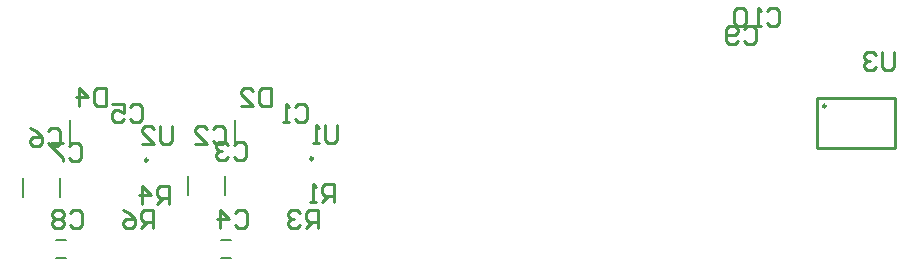
<source format=gbo>
%FSLAX25Y25*%
%MOIN*%
G70*
G01*
G75*
G04 Layer_Color=32896*
%ADD10R,0.04724X0.05512*%
%ADD11R,0.21260X0.11417*%
%ADD12R,0.05512X0.04724*%
%ADD13C,0.01000*%
%ADD14R,0.06200X0.06200*%
%ADD15C,0.06200*%
%ADD16R,0.06200X0.06200*%
%ADD17C,0.05906*%
%ADD18R,0.05906X0.05906*%
%ADD19C,0.03000*%
%ADD20C,0.05000*%
%ADD21R,0.01417X0.04685*%
%ADD22R,0.05512X0.04331*%
%ADD23R,0.04331X0.05512*%
%ADD24R,0.09843X0.06693*%
%ADD25R,0.12992X0.05512*%
%ADD26R,0.07520X0.02402*%
G04:AMPARAMS|DCode=27|XSize=122.05mil|YSize=94.88mil|CornerRadius=9.49mil|HoleSize=0mil|Usage=FLASHONLY|Rotation=270.000|XOffset=0mil|YOffset=0mil|HoleType=Round|Shape=RoundedRectangle|*
%AMROUNDEDRECTD27*
21,1,0.12205,0.07591,0,0,270.0*
21,1,0.10307,0.09488,0,0,270.0*
1,1,0.01898,-0.03795,-0.05154*
1,1,0.01898,-0.03795,0.05154*
1,1,0.01898,0.03795,0.05154*
1,1,0.01898,0.03795,-0.05154*
%
%ADD27ROUNDEDRECTD27*%
%ADD28R,0.04724X0.05512*%
%ADD29R,0.04331X0.06693*%
%ADD30C,0.00800*%
%ADD31C,0.00787*%
%ADD32C,0.00500*%
%ADD33R,0.05524X0.06312*%
%ADD34R,0.22060X0.12217*%
%ADD35R,0.06312X0.05524*%
%ADD36R,0.07000X0.07000*%
%ADD37C,0.07000*%
%ADD38R,0.07000X0.07000*%
%ADD39C,0.06706*%
%ADD40R,0.06706X0.06706*%
%ADD41C,0.03800*%
%ADD42C,0.05800*%
%ADD43R,0.02217X0.05485*%
%ADD44R,0.06312X0.05131*%
%ADD45R,0.05131X0.06312*%
%ADD46R,0.10642X0.07493*%
%ADD47R,0.13792X0.06312*%
%ADD48R,0.08320X0.03202*%
G04:AMPARAMS|DCode=49|XSize=130.05mil|YSize=102.88mil|CornerRadius=13.49mil|HoleSize=0mil|Usage=FLASHONLY|Rotation=270.000|XOffset=0mil|YOffset=0mil|HoleType=Round|Shape=RoundedRectangle|*
%AMROUNDEDRECTD49*
21,1,0.13005,0.07591,0,0,270.0*
21,1,0.10307,0.10288,0,0,270.0*
1,1,0.02698,-0.03795,-0.05154*
1,1,0.02698,-0.03795,0.05154*
1,1,0.02698,0.03795,0.05154*
1,1,0.02698,0.03795,-0.05154*
%
%ADD49ROUNDEDRECTD49*%
%ADD50R,0.05524X0.06312*%
%ADD51R,0.05131X0.07493*%
%ADD52C,0.00984*%
D13*
X330000Y244000D02*
G03*
X330000Y244000I-500J0D01*
G01*
X275000Y243500D02*
G03*
X275000Y243500I-500J0D01*
G01*
X498000Y247539D02*
X524000D01*
X498000Y264075D02*
X524000D01*
X498000Y247539D02*
Y264075D01*
X524000Y247539D02*
Y264075D01*
X324201Y261298D02*
X325201Y262298D01*
X327200D01*
X328200Y261298D01*
Y257300D01*
X327200Y256300D01*
X325201D01*
X324201Y257300D01*
X322202Y256300D02*
X320203D01*
X321202D01*
Y262298D01*
X322202Y261298D01*
X296601Y253798D02*
X297601Y254798D01*
X299600D01*
X300600Y253798D01*
Y249800D01*
X299600Y248800D01*
X297601D01*
X296601Y249800D01*
X290603Y248800D02*
X294602D01*
X290603Y252799D01*
Y253798D01*
X291603Y254798D01*
X293602D01*
X294602Y253798D01*
X303801Y248698D02*
X304801Y249698D01*
X306800D01*
X307800Y248698D01*
Y244700D01*
X306800Y243700D01*
X304801D01*
X303801Y244700D01*
X301802Y248698D02*
X300802Y249698D01*
X298803D01*
X297803Y248698D01*
Y247699D01*
X298803Y246699D01*
X299803D01*
X298803D01*
X297803Y245699D01*
Y244700D01*
X298803Y243700D01*
X300802D01*
X301802Y244700D01*
X304101Y225898D02*
X305101Y226898D01*
X307100D01*
X308100Y225898D01*
Y221900D01*
X307100Y220900D01*
X305101D01*
X304101Y221900D01*
X299103Y220900D02*
Y226898D01*
X302102Y223899D01*
X298103D01*
X269201Y261298D02*
X270201Y262298D01*
X272200D01*
X273200Y261298D01*
Y257300D01*
X272200Y256300D01*
X270201D01*
X269201Y257300D01*
X263203Y262298D02*
X267202D01*
Y259299D01*
X265203Y260299D01*
X264203D01*
X263203Y259299D01*
Y257300D01*
X264203Y256300D01*
X266202D01*
X267202Y257300D01*
X241601Y253298D02*
X242601Y254298D01*
X244600D01*
X245600Y253298D01*
Y249300D01*
X244600Y248300D01*
X242601D01*
X241601Y249300D01*
X235603Y254298D02*
X237603Y253298D01*
X239602Y251299D01*
Y249300D01*
X238602Y248300D01*
X236603D01*
X235603Y249300D01*
Y250299D01*
X236603Y251299D01*
X239602D01*
X248801Y248198D02*
X249801Y249198D01*
X251800D01*
X252800Y248198D01*
Y244200D01*
X251800Y243200D01*
X249801D01*
X248801Y244200D01*
X246802Y249198D02*
X242803D01*
Y248198D01*
X246802Y244200D01*
Y243200D01*
X249101Y225898D02*
X250101Y226898D01*
X252100D01*
X253100Y225898D01*
Y221900D01*
X252100Y220900D01*
X250101D01*
X249101Y221900D01*
X247102Y225898D02*
X246102Y226898D01*
X244103D01*
X243103Y225898D01*
Y224899D01*
X244103Y223899D01*
X243103Y222899D01*
Y221900D01*
X244103Y220900D01*
X246102D01*
X247102Y221900D01*
Y222899D01*
X246102Y223899D01*
X247102Y224899D01*
Y225898D01*
X246102Y223899D02*
X244103D01*
X473801Y287198D02*
X474801Y288198D01*
X476800D01*
X477800Y287198D01*
Y283200D01*
X476800Y282200D01*
X474801D01*
X473801Y283200D01*
X471802D02*
X470802Y282200D01*
X468803D01*
X467803Y283200D01*
Y287198D01*
X468803Y288198D01*
X470802D01*
X471802Y287198D01*
Y286199D01*
X470802Y285199D01*
X467803D01*
X481301Y293198D02*
X482301Y294198D01*
X484300D01*
X485300Y293198D01*
Y289200D01*
X484300Y288200D01*
X482301D01*
X481301Y289200D01*
X479302Y288200D02*
X477303D01*
X478302D01*
Y294198D01*
X479302Y293198D01*
X474304D02*
X473304Y294198D01*
X471305D01*
X470305Y293198D01*
Y289200D01*
X471305Y288200D01*
X473304D01*
X474304Y289200D01*
Y293198D01*
X315900Y267498D02*
Y261500D01*
X312901D01*
X311901Y262500D01*
Y266498D01*
X312901Y267498D01*
X315900D01*
X305903Y261500D02*
X309902D01*
X305903Y265499D01*
Y266498D01*
X306903Y267498D01*
X308902D01*
X309902Y266498D01*
X260900Y267498D02*
Y261500D01*
X257901D01*
X256901Y262500D01*
Y266498D01*
X257901Y267498D01*
X260900D01*
X251903Y261500D02*
Y267498D01*
X254902Y264499D01*
X250903D01*
X337100Y229400D02*
Y235398D01*
X334101D01*
X333101Y234398D01*
Y232399D01*
X334101Y231399D01*
X337100D01*
X335101D02*
X333101Y229400D01*
X331102D02*
X329103D01*
X330102D01*
Y235398D01*
X331102Y234398D01*
X331600Y220900D02*
Y226898D01*
X328601D01*
X327601Y225898D01*
Y223899D01*
X328601Y222899D01*
X331600D01*
X329601D02*
X327601Y220900D01*
X325602Y225898D02*
X324602Y226898D01*
X322603D01*
X321603Y225898D01*
Y224899D01*
X322603Y223899D01*
X323603D01*
X322603D01*
X321603Y222899D01*
Y221900D01*
X322603Y220900D01*
X324602D01*
X325602Y221900D01*
X282100Y228900D02*
Y234898D01*
X279101D01*
X278101Y233898D01*
Y231899D01*
X279101Y230899D01*
X282100D01*
X280101D02*
X278101Y228900D01*
X273103D02*
Y234898D01*
X276102Y231899D01*
X272103D01*
X276600Y220900D02*
Y226898D01*
X273601D01*
X272601Y225898D01*
Y223899D01*
X273601Y222899D01*
X276600D01*
X274601D02*
X272601Y220900D01*
X266603Y226898D02*
X268603Y225898D01*
X270602Y223899D01*
Y221900D01*
X269602Y220900D01*
X267603D01*
X266603Y221900D01*
Y222899D01*
X267603Y223899D01*
X270602D01*
X338200Y255298D02*
Y250300D01*
X337200Y249300D01*
X335201D01*
X334201Y250300D01*
Y255298D01*
X332202Y249300D02*
X330203D01*
X331202D01*
Y255298D01*
X332202Y254298D01*
X283200Y254798D02*
Y249800D01*
X282200Y248800D01*
X280201D01*
X279201Y249800D01*
Y254798D01*
X273203Y248800D02*
X277202D01*
X273203Y252799D01*
Y253798D01*
X274203Y254798D01*
X276202D01*
X277202Y253798D01*
X523700Y279698D02*
Y274700D01*
X522700Y273700D01*
X520701D01*
X519701Y274700D01*
Y279698D01*
X517702Y278698D02*
X516702Y279698D01*
X514703D01*
X513703Y278698D01*
Y277699D01*
X514703Y276699D01*
X515703D01*
X514703D01*
X513703Y275699D01*
Y274700D01*
X514703Y273700D01*
X516702D01*
X517702Y274700D01*
D31*
X304075Y248169D02*
Y256831D01*
X300602Y231850D02*
Y238150D01*
X288398Y231850D02*
Y238150D01*
X299425Y216953D02*
X302575D01*
X299425Y211047D02*
X302575D01*
X249075Y248169D02*
Y256831D01*
X244425Y216953D02*
X247575D01*
X244425Y211047D02*
X247575D01*
X245602Y231350D02*
Y237650D01*
X233398Y231350D02*
Y237650D01*
D52*
X501000Y261500D02*
G03*
X501000Y261500I-492J0D01*
G01*
M02*

</source>
